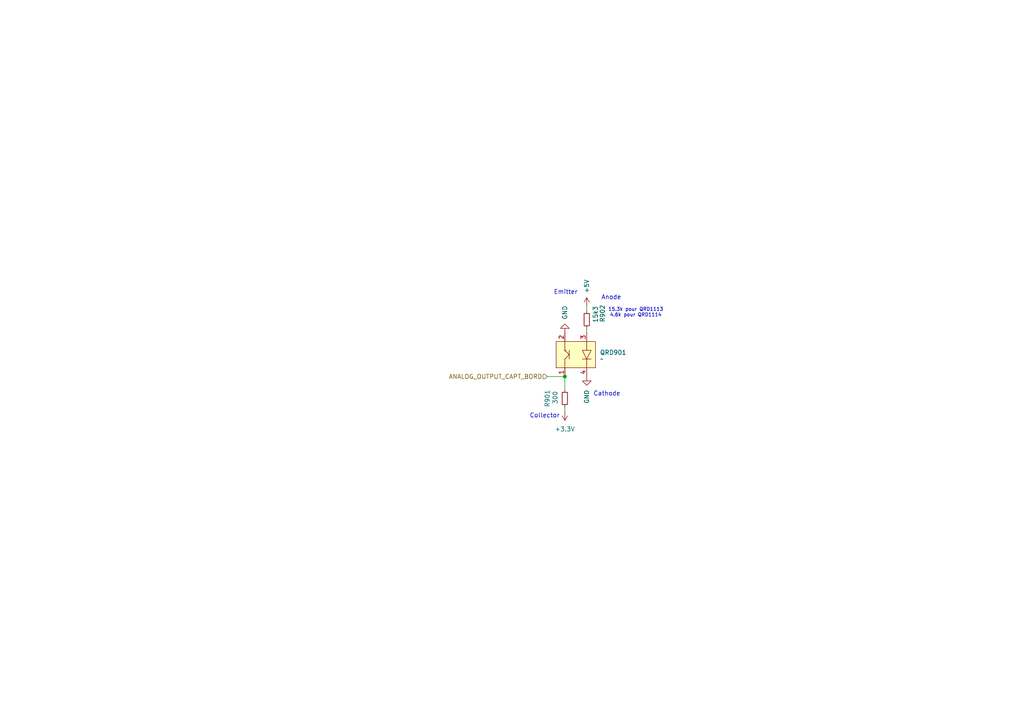
<source format=kicad_sch>
(kicad_sch
	(version 20231120)
	(generator "eeschema")
	(generator_version "8.0")
	(uuid "55dbe667-4677-4e2a-a486-3d4227e5f414")
	(paper "A4")
	(lib_symbols
		(symbol "Device:R_Small"
			(pin_numbers hide)
			(pin_names
				(offset 0.254) hide)
			(exclude_from_sim no)
			(in_bom yes)
			(on_board yes)
			(property "Reference" "R"
				(at 0.762 0.508 0)
				(effects
					(font
						(size 1.27 1.27)
					)
					(justify left)
				)
			)
			(property "Value" "R_Small"
				(at 0.762 -1.016 0)
				(effects
					(font
						(size 1.27 1.27)
					)
					(justify left)
				)
			)
			(property "Footprint" ""
				(at 0 0 0)
				(effects
					(font
						(size 1.27 1.27)
					)
					(hide yes)
				)
			)
			(property "Datasheet" "~"
				(at 0 0 0)
				(effects
					(font
						(size 1.27 1.27)
					)
					(hide yes)
				)
			)
			(property "Description" "Resistor, small symbol"
				(at 0 0 0)
				(effects
					(font
						(size 1.27 1.27)
					)
					(hide yes)
				)
			)
			(property "ki_keywords" "R resistor"
				(at 0 0 0)
				(effects
					(font
						(size 1.27 1.27)
					)
					(hide yes)
				)
			)
			(property "ki_fp_filters" "R_*"
				(at 0 0 0)
				(effects
					(font
						(size 1.27 1.27)
					)
					(hide yes)
				)
			)
			(symbol "R_Small_0_1"
				(rectangle
					(start -0.762 1.778)
					(end 0.762 -1.778)
					(stroke
						(width 0.2032)
						(type default)
					)
					(fill
						(type none)
					)
				)
			)
			(symbol "R_Small_1_1"
				(pin passive line
					(at 0 2.54 270)
					(length 0.762)
					(name "~"
						(effects
							(font
								(size 1.27 1.27)
							)
						)
					)
					(number "1"
						(effects
							(font
								(size 1.27 1.27)
							)
						)
					)
				)
				(pin passive line
					(at 0 -2.54 90)
					(length 0.762)
					(name "~"
						(effects
							(font
								(size 1.27 1.27)
							)
						)
					)
					(number "2"
						(effects
							(font
								(size 1.27 1.27)
							)
						)
					)
				)
			)
		)
		(symbol "QRD1113:QRD1113"
			(exclude_from_sim no)
			(in_bom yes)
			(on_board yes)
			(property "Reference" "QRD1113"
				(at 0 0 0)
				(effects
					(font
						(size 1.27 1.27)
					)
				)
			)
			(property "Value" ""
				(at 0 0 0)
				(effects
					(font
						(size 1.27 1.27)
					)
				)
			)
			(property "Footprint" "Connector_JST:JST_EH_B4B-EH-A_1x04_P2.50mm_Vertical"
				(at 0 0 0)
				(effects
					(font
						(size 1.27 1.27)
					)
					(hide yes)
				)
			)
			(property "Datasheet" ""
				(at 0 0 0)
				(effects
					(font
						(size 1.27 1.27)
					)
					(hide yes)
				)
			)
			(property "Description" ""
				(at 0 0 0)
				(effects
					(font
						(size 1.27 1.27)
					)
					(hide yes)
				)
			)
			(symbol "QRD1113_0_1"
				(polyline
					(pts
						(xy -15.24 -1.27) (xy -15.24 -3.81)
					)
					(stroke
						(width 0)
						(type default)
					)
					(fill
						(type none)
					)
				)
				(polyline
					(pts
						(xy -15.24 1.27) (xy -15.24 3.81)
					)
					(stroke
						(width 0)
						(type default)
					)
					(fill
						(type none)
					)
				)
			)
			(symbol "QRD1113_1_1"
				(rectangle
					(start -17.78 3.81)
					(end -6.35 -3.81)
					(stroke
						(width 0)
						(type default)
					)
					(fill
						(type background)
					)
				)
				(polyline
					(pts
						(xy -15.24 1.27) (xy -15.24 1.016) (xy -15.24 1.27) (xy -14.986 1.27)
					)
					(stroke
						(width 0)
						(type default)
					)
					(fill
						(type none)
					)
				)
				(polyline
					(pts
						(xy -13.97 1.27) (xy -13.97 -1.27) (xy -13.97 0) (xy -15.24 -1.27) (xy -13.97 0) (xy -15.24 1.27)
					)
					(stroke
						(width 0)
						(type default)
					)
					(fill
						(type none)
					)
				)
				(polyline
					(pts
						(xy -8.89 3.81) (xy -8.89 1.27) (xy -7.62 1.27) (xy -8.89 -1.27) (xy -10.16 1.27) (xy -8.89 1.27)
						(xy -7.62 1.27) (xy -8.89 -1.27) (xy -10.16 -1.27) (xy -7.62 -1.27) (xy -8.89 -1.27) (xy -8.89 -3.81)
					)
					(stroke
						(width 0)
						(type default)
					)
					(fill
						(type none)
					)
				)
				(pin bidirectional line
					(at -15.24 -6.35 90)
					(length 2.54)
					(name ""
						(effects
							(font
								(size 1.27 1.27)
							)
						)
					)
					(number "1"
						(effects
							(font
								(size 1.27 1.27)
							)
						)
					)
				)
				(pin bidirectional line
					(at -15.24 6.35 270)
					(length 2.54)
					(name ""
						(effects
							(font
								(size 1.27 1.27)
							)
						)
					)
					(number "2"
						(effects
							(font
								(size 1.27 1.27)
							)
						)
					)
				)
				(pin bidirectional line
					(at -8.89 6.35 270)
					(length 2.54)
					(name ""
						(effects
							(font
								(size 1.27 1.27)
							)
						)
					)
					(number "3"
						(effects
							(font
								(size 1.27 1.27)
							)
						)
					)
				)
				(pin bidirectional line
					(at -8.89 -6.35 90)
					(length 2.54)
					(name ""
						(effects
							(font
								(size 1.27 1.27)
							)
						)
					)
					(number "4"
						(effects
							(font
								(size 1.27 1.27)
							)
						)
					)
				)
			)
		)
		(symbol "power:+3.3V"
			(power)
			(pin_numbers hide)
			(pin_names
				(offset 0) hide)
			(exclude_from_sim no)
			(in_bom yes)
			(on_board yes)
			(property "Reference" "#PWR"
				(at 0 -3.81 0)
				(effects
					(font
						(size 1.27 1.27)
					)
					(hide yes)
				)
			)
			(property "Value" "+3.3V"
				(at 0 3.556 0)
				(effects
					(font
						(size 1.27 1.27)
					)
				)
			)
			(property "Footprint" ""
				(at 0 0 0)
				(effects
					(font
						(size 1.27 1.27)
					)
					(hide yes)
				)
			)
			(property "Datasheet" ""
				(at 0 0 0)
				(effects
					(font
						(size 1.27 1.27)
					)
					(hide yes)
				)
			)
			(property "Description" "Power symbol creates a global label with name \"+3.3V\""
				(at 0 0 0)
				(effects
					(font
						(size 1.27 1.27)
					)
					(hide yes)
				)
			)
			(property "ki_keywords" "global power"
				(at 0 0 0)
				(effects
					(font
						(size 1.27 1.27)
					)
					(hide yes)
				)
			)
			(symbol "+3.3V_0_1"
				(polyline
					(pts
						(xy -0.762 1.27) (xy 0 2.54)
					)
					(stroke
						(width 0)
						(type default)
					)
					(fill
						(type none)
					)
				)
				(polyline
					(pts
						(xy 0 0) (xy 0 2.54)
					)
					(stroke
						(width 0)
						(type default)
					)
					(fill
						(type none)
					)
				)
				(polyline
					(pts
						(xy 0 2.54) (xy 0.762 1.27)
					)
					(stroke
						(width 0)
						(type default)
					)
					(fill
						(type none)
					)
				)
			)
			(symbol "+3.3V_1_1"
				(pin power_in line
					(at 0 0 90)
					(length 0)
					(name "~"
						(effects
							(font
								(size 1.27 1.27)
							)
						)
					)
					(number "1"
						(effects
							(font
								(size 1.27 1.27)
							)
						)
					)
				)
			)
		)
		(symbol "power:+5V"
			(power)
			(pin_numbers hide)
			(pin_names
				(offset 0) hide)
			(exclude_from_sim no)
			(in_bom yes)
			(on_board yes)
			(property "Reference" "#PWR"
				(at 0 -3.81 0)
				(effects
					(font
						(size 1.27 1.27)
					)
					(hide yes)
				)
			)
			(property "Value" "+5V"
				(at 0 3.556 0)
				(effects
					(font
						(size 1.27 1.27)
					)
				)
			)
			(property "Footprint" ""
				(at 0 0 0)
				(effects
					(font
						(size 1.27 1.27)
					)
					(hide yes)
				)
			)
			(property "Datasheet" ""
				(at 0 0 0)
				(effects
					(font
						(size 1.27 1.27)
					)
					(hide yes)
				)
			)
			(property "Description" "Power symbol creates a global label with name \"+5V\""
				(at 0 0 0)
				(effects
					(font
						(size 1.27 1.27)
					)
					(hide yes)
				)
			)
			(property "ki_keywords" "global power"
				(at 0 0 0)
				(effects
					(font
						(size 1.27 1.27)
					)
					(hide yes)
				)
			)
			(symbol "+5V_0_1"
				(polyline
					(pts
						(xy -0.762 1.27) (xy 0 2.54)
					)
					(stroke
						(width 0)
						(type default)
					)
					(fill
						(type none)
					)
				)
				(polyline
					(pts
						(xy 0 0) (xy 0 2.54)
					)
					(stroke
						(width 0)
						(type default)
					)
					(fill
						(type none)
					)
				)
				(polyline
					(pts
						(xy 0 2.54) (xy 0.762 1.27)
					)
					(stroke
						(width 0)
						(type default)
					)
					(fill
						(type none)
					)
				)
			)
			(symbol "+5V_1_1"
				(pin power_in line
					(at 0 0 90)
					(length 0)
					(name "~"
						(effects
							(font
								(size 1.27 1.27)
							)
						)
					)
					(number "1"
						(effects
							(font
								(size 1.27 1.27)
							)
						)
					)
				)
			)
		)
		(symbol "power:GND"
			(power)
			(pin_numbers hide)
			(pin_names
				(offset 0) hide)
			(exclude_from_sim no)
			(in_bom yes)
			(on_board yes)
			(property "Reference" "#PWR"
				(at 0 -6.35 0)
				(effects
					(font
						(size 1.27 1.27)
					)
					(hide yes)
				)
			)
			(property "Value" "GND"
				(at 0 -3.81 0)
				(effects
					(font
						(size 1.27 1.27)
					)
				)
			)
			(property "Footprint" ""
				(at 0 0 0)
				(effects
					(font
						(size 1.27 1.27)
					)
					(hide yes)
				)
			)
			(property "Datasheet" ""
				(at 0 0 0)
				(effects
					(font
						(size 1.27 1.27)
					)
					(hide yes)
				)
			)
			(property "Description" "Power symbol creates a global label with name \"GND\" , ground"
				(at 0 0 0)
				(effects
					(font
						(size 1.27 1.27)
					)
					(hide yes)
				)
			)
			(property "ki_keywords" "global power"
				(at 0 0 0)
				(effects
					(font
						(size 1.27 1.27)
					)
					(hide yes)
				)
			)
			(symbol "GND_0_1"
				(polyline
					(pts
						(xy 0 0) (xy 0 -1.27) (xy 1.27 -1.27) (xy 0 -2.54) (xy -1.27 -1.27) (xy 0 -1.27)
					)
					(stroke
						(width 0)
						(type default)
					)
					(fill
						(type none)
					)
				)
			)
			(symbol "GND_1_1"
				(pin power_in line
					(at 0 0 270)
					(length 0)
					(name "~"
						(effects
							(font
								(size 1.27 1.27)
							)
						)
					)
					(number "1"
						(effects
							(font
								(size 1.27 1.27)
							)
						)
					)
				)
			)
		)
	)
	(junction
		(at 163.83 109.22)
		(diameter 0)
		(color 0 0 0 0)
		(uuid "336f8191-2527-47f8-bf99-13908c75884a")
	)
	(wire
		(pts
			(xy 170.18 95.25) (xy 170.18 96.52)
		)
		(stroke
			(width 0)
			(type default)
		)
		(uuid "343187e0-027e-4c3c-9646-d53585859776")
	)
	(wire
		(pts
			(xy 163.83 118.11) (xy 163.83 119.38)
		)
		(stroke
			(width 0)
			(type default)
		)
		(uuid "4cec3fe3-3f33-4747-a0e3-625efa9cb306")
	)
	(wire
		(pts
			(xy 158.75 109.22) (xy 163.83 109.22)
		)
		(stroke
			(width 0)
			(type default)
		)
		(uuid "bc1da9b0-ebd1-423c-8c99-67d534be7940")
	)
	(wire
		(pts
			(xy 170.18 90.17) (xy 170.18 88.9)
		)
		(stroke
			(width 0)
			(type default)
		)
		(uuid "f6889c7c-4989-48b3-927f-716e935d5304")
	)
	(wire
		(pts
			(xy 163.83 113.03) (xy 163.83 109.22)
		)
		(stroke
			(width 0)
			(type default)
		)
		(uuid "f8fbd6b7-0260-46ab-a914-60fd8ed528e1")
	)
	(text "15.3k pour QRD1113\n4.6k pour QRD1114\n"
		(exclude_from_sim no)
		(at 184.404 90.678 0)
		(effects
			(font
				(size 1 1)
			)
		)
		(uuid "0dffee11-2f49-44f4-bf39-e54b821f4a87")
	)
	(text "Emitter"
		(exclude_from_sim no)
		(at 164.084 84.836 0)
		(effects
			(font
				(size 1.27 1.27)
			)
		)
		(uuid "0edcd9b9-b2df-46b2-91c1-4e00792f2a8a")
	)
	(text "Anode"
		(exclude_from_sim no)
		(at 177.292 86.36 0)
		(effects
			(font
				(size 1.27 1.27)
			)
		)
		(uuid "4782e357-0956-4455-ac34-f75fd283926e")
	)
	(text "Cathode"
		(exclude_from_sim no)
		(at 176.022 114.3 0)
		(effects
			(font
				(size 1.27 1.27)
			)
		)
		(uuid "6b0d6b12-80f6-43a5-935a-e2c906aeae3a")
	)
	(text "Collector"
		(exclude_from_sim no)
		(at 157.988 120.65 0)
		(effects
			(font
				(size 1.27 1.27)
			)
		)
		(uuid "8c05d6f4-eac9-450d-82de-a53a04cab49a")
	)
	(hierarchical_label "ANALOG_OUTPUT_CAPT_BORD"
		(shape input)
		(at 158.75 109.22 180)
		(fields_autoplaced yes)
		(effects
			(font
				(size 1.27 1.27)
			)
			(justify right)
		)
		(uuid "f7831200-b027-416a-b9de-5e83e02d2645")
	)
	(symbol
		(lib_id "power:+3.3V")
		(at 163.83 119.38 180)
		(unit 1)
		(exclude_from_sim no)
		(in_bom yes)
		(on_board yes)
		(dnp no)
		(fields_autoplaced yes)
		(uuid "0da6f030-8ae1-4530-8c01-9b29ae268151")
		(property "Reference" "#PWR0902"
			(at 163.83 115.57 0)
			(effects
				(font
					(size 1.27 1.27)
				)
				(hide yes)
			)
		)
		(property "Value" "+3.3V"
			(at 163.83 124.46 0)
			(effects
				(font
					(size 1.27 1.27)
				)
			)
		)
		(property "Footprint" ""
			(at 163.83 119.38 0)
			(effects
				(font
					(size 1.27 1.27)
				)
				(hide yes)
			)
		)
		(property "Datasheet" ""
			(at 163.83 119.38 0)
			(effects
				(font
					(size 1.27 1.27)
				)
				(hide yes)
			)
		)
		(property "Description" "Power symbol creates a global label with name \"+3.3V\""
			(at 163.83 119.38 0)
			(effects
				(font
					(size 1.27 1.27)
				)
				(hide yes)
			)
		)
		(pin "1"
			(uuid "e0dc376a-46ae-4f3c-a15e-77b684ea1e40")
		)
		(instances
			(project "Projet_torero"
				(path "/04e1eb47-a2c4-462b-bef7-377d9515a2c0/15f7fbe2-20f5-4588-8b16-1e568ab2921c/22646f91-6dfa-413c-9f84-f1d78dc63c5d"
					(reference "#PWR0902")
					(unit 1)
				)
				(path "/04e1eb47-a2c4-462b-bef7-377d9515a2c0/15f7fbe2-20f5-4588-8b16-1e568ab2921c/c5199f9a-575e-4cc6-940a-8598f60e0e2f"
					(reference "#PWR0802")
					(unit 1)
				)
			)
		)
	)
	(symbol
		(lib_id "Device:R_Small")
		(at 163.83 115.57 180)
		(unit 1)
		(exclude_from_sim no)
		(in_bom yes)
		(on_board yes)
		(dnp no)
		(uuid "49a6af68-d1c5-4d96-90ea-31229a724563")
		(property "Reference" "R901"
			(at 158.75 115.57 90)
			(effects
				(font
					(size 1.27 1.27)
				)
			)
		)
		(property "Value" "300"
			(at 161.036 115.316 90)
			(effects
				(font
					(size 1.27 1.27)
				)
			)
		)
		(property "Footprint" "Resistor_SMD:R_0603_1608Metric"
			(at 163.83 115.57 0)
			(effects
				(font
					(size 1.27 1.27)
				)
				(hide yes)
			)
		)
		(property "Datasheet" "~"
			(at 163.83 115.57 0)
			(effects
				(font
					(size 1.27 1.27)
				)
				(hide yes)
			)
		)
		(property "Description" "Resistor, small symbol"
			(at 163.83 115.57 0)
			(effects
				(font
					(size 1.27 1.27)
				)
				(hide yes)
			)
		)
		(pin "2"
			(uuid "0ad9cc41-add9-4813-9814-4964d6be0f4f")
		)
		(pin "1"
			(uuid "992c7fa5-319c-4725-8a7b-4d8a20272a6e")
		)
		(instances
			(project "Projet_torero"
				(path "/04e1eb47-a2c4-462b-bef7-377d9515a2c0/15f7fbe2-20f5-4588-8b16-1e568ab2921c/22646f91-6dfa-413c-9f84-f1d78dc63c5d"
					(reference "R901")
					(unit 1)
				)
				(path "/04e1eb47-a2c4-462b-bef7-377d9515a2c0/15f7fbe2-20f5-4588-8b16-1e568ab2921c/c5199f9a-575e-4cc6-940a-8598f60e0e2f"
					(reference "R801")
					(unit 1)
				)
			)
		)
	)
	(symbol
		(lib_id "QRD1113:QRD1113")
		(at 179.07 102.87 0)
		(unit 1)
		(exclude_from_sim no)
		(in_bom yes)
		(on_board yes)
		(dnp no)
		(fields_autoplaced yes)
		(uuid "68cde830-743f-480a-b3b1-9609179ae1c6")
		(property "Reference" "QRD901"
			(at 173.99 102.2349 0)
			(effects
				(font
					(size 1.27 1.27)
				)
				(justify left)
			)
		)
		(property "Value" "~"
			(at 173.99 104.14 0)
			(effects
				(font
					(size 1.27 1.27)
				)
				(justify left)
			)
		)
		(property "Footprint" "Connector_JST:JST_XH_S4B-XH-A_1x04_P2.50mm_Horizontal"
			(at 179.07 102.87 0)
			(effects
				(font
					(size 1.27 1.27)
				)
				(hide yes)
			)
		)
		(property "Datasheet" ""
			(at 179.07 102.87 0)
			(effects
				(font
					(size 1.27 1.27)
				)
				(hide yes)
			)
		)
		(property "Description" ""
			(at 179.07 102.87 0)
			(effects
				(font
					(size 1.27 1.27)
				)
				(hide yes)
			)
		)
		(pin "1"
			(uuid "991a5ea3-e867-4175-b2f8-ee1a98f360a3")
		)
		(pin "3"
			(uuid "7cb2777a-447b-460e-9f17-119a15e9a55c")
		)
		(pin "2"
			(uuid "70c245e6-5b31-40dd-8a07-55172075358e")
		)
		(pin "4"
			(uuid "84bbcfc2-fbaa-482e-9182-0b8a7aaf33cf")
		)
		(instances
			(project "Projet_torero"
				(path "/04e1eb47-a2c4-462b-bef7-377d9515a2c0/15f7fbe2-20f5-4588-8b16-1e568ab2921c/22646f91-6dfa-413c-9f84-f1d78dc63c5d"
					(reference "QRD901")
					(unit 1)
				)
				(path "/04e1eb47-a2c4-462b-bef7-377d9515a2c0/15f7fbe2-20f5-4588-8b16-1e568ab2921c/c5199f9a-575e-4cc6-940a-8598f60e0e2f"
					(reference "QRD801")
					(unit 1)
				)
			)
		)
	)
	(symbol
		(lib_id "power:GND")
		(at 163.83 96.52 180)
		(unit 1)
		(exclude_from_sim no)
		(in_bom yes)
		(on_board yes)
		(dnp no)
		(fields_autoplaced yes)
		(uuid "8206630c-42e0-4fb4-a9c9-b91e2e974ff0")
		(property "Reference" "#PWR0901"
			(at 163.83 90.17 0)
			(effects
				(font
					(size 1.27 1.27)
				)
				(hide yes)
			)
		)
		(property "Value" "GND"
			(at 163.8299 92.71 90)
			(effects
				(font
					(size 1.27 1.27)
				)
				(justify right)
			)
		)
		(property "Footprint" ""
			(at 163.83 96.52 0)
			(effects
				(font
					(size 1.27 1.27)
				)
				(hide yes)
			)
		)
		(property "Datasheet" ""
			(at 163.83 96.52 0)
			(effects
				(font
					(size 1.27 1.27)
				)
				(hide yes)
			)
		)
		(property "Description" "Power symbol creates a global label with name \"GND\" , ground"
			(at 163.83 96.52 0)
			(effects
				(font
					(size 1.27 1.27)
				)
				(hide yes)
			)
		)
		(pin "1"
			(uuid "b2fd0c61-f5f7-44d5-b8bc-c26ce4e51544")
		)
		(instances
			(project "Projet_torero"
				(path "/04e1eb47-a2c4-462b-bef7-377d9515a2c0/15f7fbe2-20f5-4588-8b16-1e568ab2921c/22646f91-6dfa-413c-9f84-f1d78dc63c5d"
					(reference "#PWR0901")
					(unit 1)
				)
				(path "/04e1eb47-a2c4-462b-bef7-377d9515a2c0/15f7fbe2-20f5-4588-8b16-1e568ab2921c/c5199f9a-575e-4cc6-940a-8598f60e0e2f"
					(reference "#PWR0801")
					(unit 1)
				)
			)
		)
	)
	(symbol
		(lib_id "power:+5V")
		(at 170.18 88.9 0)
		(unit 1)
		(exclude_from_sim no)
		(in_bom yes)
		(on_board yes)
		(dnp no)
		(fields_autoplaced yes)
		(uuid "aa125b26-0feb-4807-b7cf-4bb1f86ef68e")
		(property "Reference" "#PWR0903"
			(at 170.18 92.71 0)
			(effects
				(font
					(size 1.27 1.27)
				)
				(hide yes)
			)
		)
		(property "Value" "+5V"
			(at 170.1799 85.09 90)
			(effects
				(font
					(size 1.27 1.27)
				)
				(justify left)
			)
		)
		(property "Footprint" ""
			(at 170.18 88.9 0)
			(effects
				(font
					(size 1.27 1.27)
				)
				(hide yes)
			)
		)
		(property "Datasheet" ""
			(at 170.18 88.9 0)
			(effects
				(font
					(size 1.27 1.27)
				)
				(hide yes)
			)
		)
		(property "Description" "Power symbol creates a global label with name \"+5V\""
			(at 170.18 88.9 0)
			(effects
				(font
					(size 1.27 1.27)
				)
				(hide yes)
			)
		)
		(pin "1"
			(uuid "aef6cd7a-b238-47a4-b1b9-c36668980ed0")
		)
		(instances
			(project "Projet_torero"
				(path "/04e1eb47-a2c4-462b-bef7-377d9515a2c0/15f7fbe2-20f5-4588-8b16-1e568ab2921c/22646f91-6dfa-413c-9f84-f1d78dc63c5d"
					(reference "#PWR0903")
					(unit 1)
				)
				(path "/04e1eb47-a2c4-462b-bef7-377d9515a2c0/15f7fbe2-20f5-4588-8b16-1e568ab2921c/c5199f9a-575e-4cc6-940a-8598f60e0e2f"
					(reference "#PWR0803")
					(unit 1)
				)
			)
		)
	)
	(symbol
		(lib_id "power:GND")
		(at 170.18 109.22 0)
		(unit 1)
		(exclude_from_sim no)
		(in_bom yes)
		(on_board yes)
		(dnp no)
		(fields_autoplaced yes)
		(uuid "b9e90918-0d28-481e-b60e-5a4b586a060b")
		(property "Reference" "#PWR0904"
			(at 170.18 115.57 0)
			(effects
				(font
					(size 1.27 1.27)
				)
				(hide yes)
			)
		)
		(property "Value" "GND"
			(at 170.1799 113.03 90)
			(effects
				(font
					(size 1.27 1.27)
				)
				(justify right)
			)
		)
		(property "Footprint" ""
			(at 170.18 109.22 0)
			(effects
				(font
					(size 1.27 1.27)
				)
				(hide yes)
			)
		)
		(property "Datasheet" ""
			(at 170.18 109.22 0)
			(effects
				(font
					(size 1.27 1.27)
				)
				(hide yes)
			)
		)
		(property "Description" "Power symbol creates a global label with name \"GND\" , ground"
			(at 170.18 109.22 0)
			(effects
				(font
					(size 1.27 1.27)
				)
				(hide yes)
			)
		)
		(pin "1"
			(uuid "24786327-3346-4b6d-a5f7-56bbcadb236c")
		)
		(instances
			(project "Projet_torero"
				(path "/04e1eb47-a2c4-462b-bef7-377d9515a2c0/15f7fbe2-20f5-4588-8b16-1e568ab2921c/22646f91-6dfa-413c-9f84-f1d78dc63c5d"
					(reference "#PWR0904")
					(unit 1)
				)
				(path "/04e1eb47-a2c4-462b-bef7-377d9515a2c0/15f7fbe2-20f5-4588-8b16-1e568ab2921c/c5199f9a-575e-4cc6-940a-8598f60e0e2f"
					(reference "#PWR0804")
					(unit 1)
				)
			)
		)
	)
	(symbol
		(lib_id "Device:R_Small")
		(at 170.18 92.71 180)
		(unit 1)
		(exclude_from_sim no)
		(in_bom yes)
		(on_board yes)
		(dnp no)
		(uuid "c669602b-3704-4810-ae46-9e2e588d434a")
		(property "Reference" "R902"
			(at 174.752 90.932 90)
			(effects
				(font
					(size 1.27 1.27)
				)
			)
		)
		(property "Value" "15k3"
			(at 172.72 91.186 90)
			(effects
				(font
					(size 1.27 1.27)
				)
			)
		)
		(property "Footprint" "Resistor_SMD:R_0603_1608Metric"
			(at 170.18 92.71 0)
			(effects
				(font
					(size 1.27 1.27)
				)
				(hide yes)
			)
		)
		(property "Datasheet" "~"
			(at 170.18 92.71 0)
			(effects
				(font
					(size 1.27 1.27)
				)
				(hide yes)
			)
		)
		(property "Description" "Resistor, small symbol"
			(at 170.18 92.71 0)
			(effects
				(font
					(size 1.27 1.27)
				)
				(hide yes)
			)
		)
		(pin "2"
			(uuid "3a88c8f4-6e1a-409c-87d7-0ce66033392b")
		)
		(pin "1"
			(uuid "c722fbef-4971-4be3-80b1-d54b6b94e726")
		)
		(instances
			(project "Projet_torero"
				(path "/04e1eb47-a2c4-462b-bef7-377d9515a2c0/15f7fbe2-20f5-4588-8b16-1e568ab2921c/22646f91-6dfa-413c-9f84-f1d78dc63c5d"
					(reference "R902")
					(unit 1)
				)
				(path "/04e1eb47-a2c4-462b-bef7-377d9515a2c0/15f7fbe2-20f5-4588-8b16-1e568ab2921c/c5199f9a-575e-4cc6-940a-8598f60e0e2f"
					(reference "R802")
					(unit 1)
				)
			)
		)
	)
)

</source>
